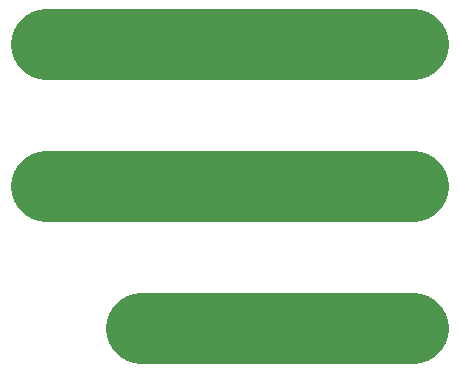
<source format=gbr>
%TF.GenerationSoftware,KiCad,Pcbnew,5.1.6-c6e7f7d~87~ubuntu18.04.1*%
%TF.CreationDate,2021-08-18T14:30:19+12:00*%
%TF.ProjectId,Output and Rail Splitter,4f757470-7574-4206-916e-64205261696c,rev?*%
%TF.SameCoordinates,Original*%
%TF.FileFunction,Copper,L1,Top*%
%TF.FilePolarity,Positive*%
%FSLAX46Y46*%
G04 Gerber Fmt 4.6, Leading zero omitted, Abs format (unit mm)*
G04 Created by KiCad (PCBNEW 5.1.6-c6e7f7d~87~ubuntu18.04.1) date 2021-08-18 14:30:19*
%MOMM*%
%LPD*%
G01*
G04 APERTURE LIST*
%TA.AperFunction,ComponentPad*%
%ADD10C,4.400000*%
%TD*%
%TA.AperFunction,Conductor*%
%ADD11C,6.000000*%
%TD*%
G04 APERTURE END LIST*
D10*
%TO.P,J1,1*%
%TO.N,Net-(J1-Pad1)*%
X97000000Y-105000000D03*
%TD*%
%TO.P,J2,1*%
%TO.N,Net-(J1-Pad1)*%
X120000000Y-105000000D03*
%TD*%
%TO.P,J3,1*%
%TO.N,Net-(J1-Pad1)*%
X105000000Y-105000000D03*
%TD*%
%TO.P,J4,1*%
%TO.N,Net-(J1-Pad1)*%
X89000000Y-105000000D03*
%TD*%
%TO.P,J5,1*%
%TO.N,Net-(J5-Pad1)*%
X97000000Y-117000000D03*
%TD*%
%TO.P,J6,1*%
%TO.N,Net-(J5-Pad1)*%
X120000000Y-117000000D03*
%TD*%
%TO.P,J7,1*%
%TO.N,Net-(J5-Pad1)*%
X105000000Y-117000000D03*
%TD*%
%TO.P,J8,1*%
%TO.N,Net-(J5-Pad1)*%
X89000000Y-117000000D03*
%TD*%
%TO.P,J9,1*%
%TO.N,Net-(J10-Pad1)*%
X97000000Y-129000000D03*
%TD*%
%TO.P,J10,1*%
%TO.N,Net-(J10-Pad1)*%
X120000000Y-129000000D03*
%TD*%
%TO.P,J11,1*%
%TO.N,Net-(J10-Pad1)*%
X105000000Y-129000000D03*
%TD*%
D11*
%TO.N,Net-(J1-Pad1)*%
X120000000Y-105000000D02*
X89000000Y-105000000D01*
%TO.N,Net-(J5-Pad1)*%
X120000000Y-117000000D02*
X89000000Y-117000000D01*
%TO.N,Net-(J10-Pad1)*%
X120000000Y-129000000D02*
X97000000Y-129000000D01*
%TD*%
M02*

</source>
